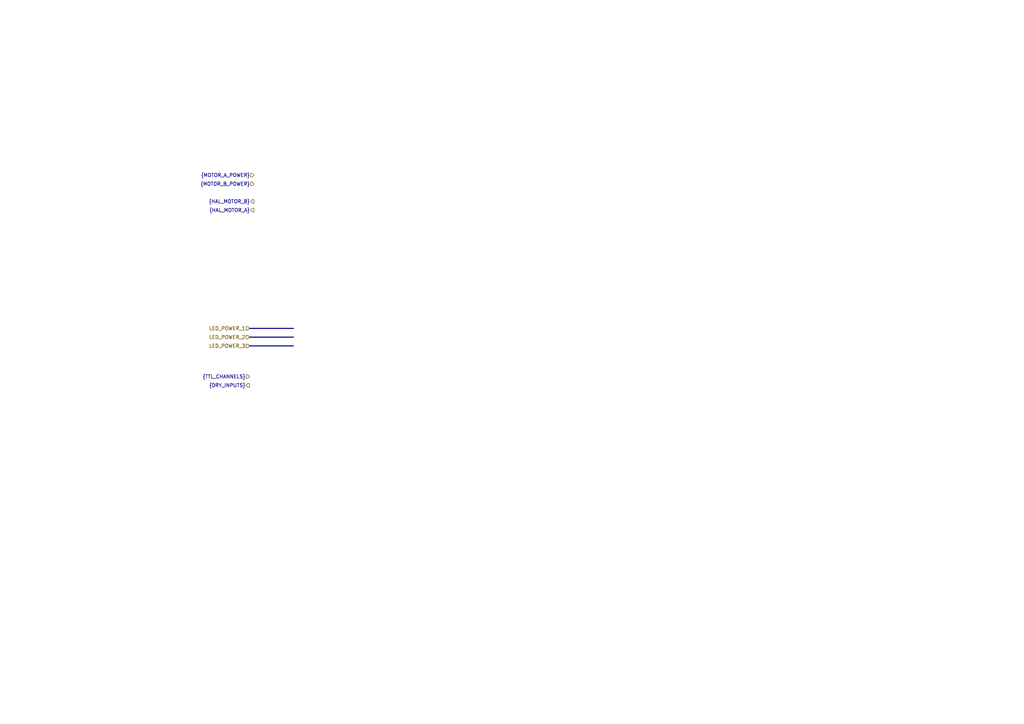
<source format=kicad_sch>
(kicad_sch
	(version 20250114)
	(generator "eeschema")
	(generator_version "9.0")
	(uuid "605b3538-1bdb-4771-8547-2660f4f056f3")
	(paper "A4")
	(lib_symbols)
	(bus
		(pts
			(xy 72.39 100.33) (xy 85.09 100.33)
		)
		(stroke
			(width 0)
			(type default)
		)
		(uuid "1e19982c-f690-412e-b56a-49913ca95072")
	)
	(bus
		(pts
			(xy 72.39 95.25) (xy 85.09 95.25)
		)
		(stroke
			(width 0)
			(type default)
		)
		(uuid "25106951-8f9f-49bd-8436-fb0e5cac51a6")
	)
	(bus
		(pts
			(xy 72.39 97.79) (xy 85.09 97.79)
		)
		(stroke
			(width 0)
			(type default)
		)
		(uuid "26686855-1363-4f83-b260-543021f1ea0e")
	)
	(hierarchical_label "{MOTOR_B_POWER}"
		(shape input)
		(at 73.66 53.34 180)
		(effects
			(font
				(size 1.016 1.016)
			)
			(justify right)
		)
		(uuid "2b4e3b82-b6af-484c-8208-a45dc09636bd")
	)
	(hierarchical_label "LED_POWER_1"
		(shape input)
		(at 72.39 95.25 180)
		(effects
			(font
				(size 1.016 1.016)
			)
			(justify right)
		)
		(uuid "2eb46bd7-ab1f-4858-876e-388814abc67f")
	)
	(hierarchical_label "{HAL_MOTOR_A}"
		(shape output)
		(at 73.66 60.96 180)
		(effects
			(font
				(size 1.016 1.016)
			)
			(justify right)
		)
		(uuid "40a1bb47-aeb3-4a9f-93e0-1a3dd4eea7a7")
	)
	(hierarchical_label "LED_POWER_2"
		(shape input)
		(at 72.39 97.79 180)
		(effects
			(font
				(size 1.016 1.016)
			)
			(justify right)
		)
		(uuid "4cae26d2-2cc7-4bc6-a913-94cbe8629af5")
	)
	(hierarchical_label "LED_POWER_3"
		(shape input)
		(at 72.39 100.33 180)
		(effects
			(font
				(size 1.016 1.016)
			)
			(justify right)
		)
		(uuid "60919eea-15f4-48cc-b247-1bf9a8aea189")
	)
	(hierarchical_label "{DRY_INPUTS}"
		(shape output)
		(at 72.39 111.76 180)
		(effects
			(font
				(size 1.016 1.016)
			)
			(justify right)
		)
		(uuid "7807e1d5-d15b-4d15-8f4e-0d2ada64aa2e")
	)
	(hierarchical_label "{MOTOR_A_POWER}"
		(shape input)
		(at 73.66 50.8 180)
		(effects
			(font
				(size 1.016 1.016)
			)
			(justify right)
		)
		(uuid "8f42d6a7-64a4-4ec2-b690-e886ff786796")
	)
	(hierarchical_label "{TTL_CHANNELS}"
		(shape input)
		(at 72.39 109.22 180)
		(effects
			(font
				(size 1.016 1.016)
			)
			(justify right)
		)
		(uuid "a35a8bce-23d9-4600-b242-cfcaadaf2c7d")
	)
	(hierarchical_label "{HAL_MOTOR_B}"
		(shape output)
		(at 73.66 58.42 180)
		(effects
			(font
				(size 1.016 1.016)
			)
			(justify right)
		)
		(uuid "bbbf156d-af5b-4807-95cd-114aaa027a05")
	)
)

</source>
